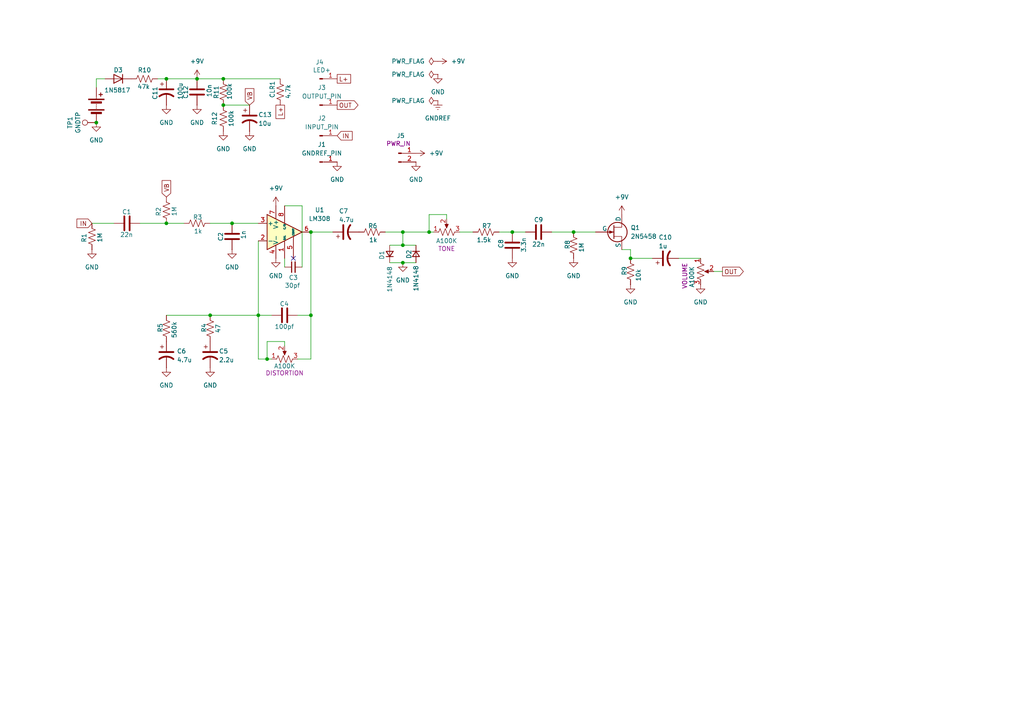
<source format=kicad_sch>
(kicad_sch (version 20250114) (generator "eeschema") (generator_version "9.0")
  (paper "A4")
  (lib_symbols
    (symbol "Amplifier_Operational:LM301" (pin_names (offset 0.127))
      (property "Reference" "U" (at 1.27 6.35 0))
      (property "Value" "LM301" (at 1.27 3.81 0))
      (symbol "LM301_0_1"
        (polyline (pts (xy -5.08 5.08) (xy 5.08 0) (xy -5.08 -5.08) (xy -5.08 5.08)) (stroke (width 0.254)) (fill (type background)))
      )
      (symbol "LM301_1_1"
        (pin input line (at -7.62 2.54 0) (length 2.54) (name "+") (number "3"))
        (pin input line (at -7.62 -2.54 0) (length 2.54) (name "-") (number "2"))
        (pin power_in line (at -2.54 7.62 270) (length 3.81) (name "V+") (number "7"))
        (pin power_in line (at -2.54 -7.62 90) (length 3.81) (name "V-") (number "4"))
        (pin input line (at 0 7.62 270) (length 5.08) (name "C/B") (number "8"))
        (pin input line (at 0 -7.62 90) (length 5.08) (name "BAL") (number "1"))
        (pin input line (at 2.54 -7.62 90) (length 6.35) (name "COMP") (number "5"))
        (pin output line (at 7.62 0 180) (length 2.54) (name "~") (number "6"))
      )
    )
    (symbol "Connector:Conn_01x01_Pin" (pin_names (offset 1.016) (hide yes))
      (property "Reference" "J" (at 0 2.54 0))
      (property "Value" "Conn_01x01_Pin" (at 0 -2.54 0))
      (symbol "Conn_01x01_Pin_1_1"
        (rectangle (start 0.8636 0.127) (end 0 -0.127) (stroke (width 0.1524)) (fill (type outline)))
        (polyline (pts (xy 1.27 0) (xy 0.8636 0)) (stroke (width 0.1524)))
        (pin passive line (at 5.08 0 180) (length 3.81) (name "Pin_1") (number "1"))
      )
    )
    (symbol "Connector:Conn_01x02_Pin" (pin_names (offset 1.016) (hide yes))
      (property "Reference" "J" (at 0 2.54 0))
      (property "Value" "Conn_01x02_Pin" (at 0 -5.08 0))
      (symbol "Conn_01x02_Pin_1_1"
        (rectangle (start 0.8636 0.127) (end 0 -0.127) (stroke (width 0.1524)) (fill (type outline)))
        (rectangle (start 0.8636 -2.413) (end 0 -2.667) (stroke (width 0.1524)) (fill (type outline)))
        (polyline (pts (xy 1.27 0) (xy 0.8636 0)) (stroke (width 0.1524)))
        (polyline (pts (xy 1.27 -2.54) (xy 0.8636 -2.54)) (stroke (width 0.1524)))
        (pin passive line (at 5.08 0 180) (length 3.81) (name "Pin_1") (number "1"))
        (pin passive line (at 5.08 -2.54 180) (length 3.81) (name "Pin_2") (number "2"))
      )
    )
    (symbol "Connector:TestPoint" (pin_numbers (hide yes)) (pin_names (offset 0.762) (hide yes))
      (property "Reference" "TP" (at 0 6.858 0))
      (property "Value" "TestPoint" (at 0 5.08 0))
      (symbol "TestPoint_0_1"
        (circle (center 0 3.302) (radius 0.762))
      )
      (symbol "TestPoint_1_1"
        (pin passive line (at 0 0 90) (length 2.54) (name "1") (number "1"))
      )
    )
    (symbol "Device:Battery" (pin_numbers (hide yes)) (pin_names (offset 0) (hide yes))
      (property "Reference" "BT" (at 2.54 2.54 0))
      (property "Value" "Battery" (at 2.54 0 0))
      (symbol "Battery_0_1"
        (rectangle (start -2.286 1.778) (end 2.286 1.524) (fill (type outline)))
        (rectangle (start -2.286 -1.27) (end 2.286 -1.524) (fill (type outline)))
        (rectangle (start -1.524 1.016) (end 1.524 0.508) (fill (type outline)))
        (rectangle (start -1.524 -2.032) (end 1.524 -2.54) (fill (type outline)))
        (polyline (pts (xy 0 1.778) (xy 0 2.54)))
        (polyline (pts (xy 0 0) (xy 0 0.254)))
        (polyline (pts (xy 0 -0.508) (xy 0 -0.254)))
        (polyline (pts (xy 0 -1.016) (xy 0 -0.762)))
        (polyline (pts (xy 0.762 3.048) (xy 1.778 3.048)) (stroke (width 0.254)))
        (polyline (pts (xy 1.27 3.556) (xy 1.27 2.54)) (stroke (width 0.254)))
      )
      (symbol "Battery_1_1"
        (pin passive line (at 0 5.08 270) (length 2.54) (name "+") (number "1"))
        (pin passive line (at 0 -5.08 90) (length 2.54) (name "-") (number "2"))
      )
    )
    (symbol "Device:C" (pin_numbers (hide yes)) (pin_names (offset 0.254))
      (property "Reference" "C" (at 0.635 2.54 0))
      (property "Value" "C" (at 0.635 -2.54 0))
      (symbol "C_0_1"
        (polyline (pts (xy -2.032 0.762) (xy 2.032 0.762)) (stroke (width 0.508)))
        (polyline (pts (xy -2.032 -0.762) (xy 2.032 -0.762)) (stroke (width 0.508)))
      )
      (symbol "C_1_1"
        (pin passive line (at 0 3.81 270) (length 2.794) (name "~") (number "1"))
        (pin passive line (at 0 -3.81 90) (length 2.794) (name "~") (number "2"))
      )
    )
    (symbol "Device:C_Polarized_US" (pin_numbers (hide yes)) (pin_names (offset 0.254) (hide yes))
      (property "Reference" "C" (at 0.635 2.54 0))
      (property "Value" "C_Polarized_US" (at 0.635 -2.54 0))
      (symbol "C_Polarized_US_0_1"
        (polyline (pts (xy -2.032 0.762) (xy 2.032 0.762)) (stroke (width 0.508)))
        (polyline (pts (xy -1.778 2.286) (xy -0.762 2.286)))
        (polyline (pts (xy -1.27 1.778) (xy -1.27 2.794)))
        (arc (start -2.032 -1.27) (mid 0 -0.5572) (end 2.032 -1.27) (stroke (width 0.508)))
      )
      (symbol "C_Polarized_US_1_1"
        (pin passive line (at 0 3.81 270) (length 2.794) (name "~") (number "1"))
        (pin passive line (at 0 -3.81 90) (length 3.302) (name "~") (number "2"))
      )
    )
    (symbol "Device:C_Small" (pin_numbers (hide yes)) (pin_names (offset 0.254) (hide yes))
      (property "Reference" "C" (at 0.254 1.778 0))
      (property "Value" "C_Small" (at 0.254 -2.032 0))
      (symbol "C_Small_0_1"
        (polyline (pts (xy -1.524 0.508) (xy 1.524 0.508)) (stroke (width 0.3048)))
        (polyline (pts (xy -1.524 -0.508) (xy 1.524 -0.508)) (stroke (width 0.3302)))
      )
      (symbol "C_Small_1_1"
        (pin passive line (at 0 2.54 270) (length 2.032) (name "~") (number "1"))
        (pin passive line (at 0 -2.54 90) (length 2.032) (name "~") (number "2"))
      )
    )
    (symbol "Device:D" (pin_numbers (hide yes)) (pin_names (offset 1.016) (hide yes))
      (property "Reference" "D" (at 0 2.54 0))
      (property "Value" "D" (at 0 -2.54 0))
      (symbol "D_0_1"
        (polyline (pts (xy -1.27 1.27) (xy -1.27 -1.27)) (stroke (width 0.254)))
        (polyline (pts (xy 1.27 1.27) (xy 1.27 -1.27) (xy -1.27 0) (xy 1.27 1.27)) (stroke (width 0.254)))
        (polyline (pts (xy 1.27 0) (xy -1.27 0)))
      )
      (symbol "D_1_1"
        (pin passive line (at -3.81 0 0) (length 2.54) (name "K") (number "1"))
        (pin passive line (at 3.81 0 180) (length 2.54) (name "A") (number "2"))
      )
    )
    (symbol "Device:D_Small" (pin_numbers (hide yes)) (pin_names (offset 0.254) (hide yes))
      (property "Reference" "D" (at -1.27 2.032 0))
      (property "Value" "D_Small" (at -3.81 -2.032 0))
      (symbol "D_Small_0_1"
        (polyline (pts (xy -0.762 0) (xy 0.762 0)))
        (polyline (pts (xy -0.762 -1.016) (xy -0.762 1.016)) (stroke (width 0.254)))
        (polyline (pts (xy 0.762 -1.016) (xy -0.762 0) (xy 0.762 1.016) (xy 0.762 -1.016)) (stroke (width 0.254)))
      )
      (symbol "D_Small_1_1"
        (pin passive line (at -2.54 0 0) (length 1.778) (name "K") (number "1"))
        (pin passive line (at 2.54 0 180) (length 1.778) (name "A") (number "2"))
      )
    )
    (symbol "Device:R_Potentiometer_US" (pin_names (offset 1.016) (hide yes))
      (property "Reference" "RV" (at -4.445 0 90))
      (property "Value" "R_Potentiometer_US" (at -2.54 0 90))
      (symbol "R_Potentiometer_US_0_1"
        (polyline (pts (xy 0 2.54) (xy 0 2.286)))
        (polyline (pts (xy 0 2.286) (xy 1.016 1.905) (xy 0 1.524) (xy -1.016 1.143) (xy 0 0.762)))
        (polyline (pts (xy 0 0.762) (xy 1.016 0.381) (xy 0 0) (xy -1.016 -0.381) (xy 0 -0.762)))
        (polyline (pts (xy 0 -0.762) (xy 1.016 -1.143) (xy 0 -1.524) (xy -1.016 -1.905) (xy 0 -2.286)))
        (polyline (pts (xy 0 -2.286) (xy 0 -2.54)))
        (polyline (pts (xy 1.143 0) (xy 2.286 0.508) (xy 2.286 -0.508) (xy 1.143 0)) (fill (type outline)))
        (polyline (pts (xy 2.54 0) (xy 1.524 0)))
      )
      (symbol "R_Potentiometer_US_1_1"
        (pin passive line (at 0 3.81 270) (length 1.27) (name "1") (number "1"))
        (pin passive line (at 0 -3.81 90) (length 1.27) (name "3") (number "3"))
        (pin passive line (at 3.81 0 180) (length 1.27) (name "2") (number "2"))
      )
    )
    (symbol "Device:R_US" (pin_numbers (hide yes)) (pin_names (offset 0))
      (property "Reference" "R" (at 2.54 0 90))
      (property "Value" "R_US" (at -2.54 0 90))
      (symbol "R_US_0_1"
        (polyline (pts (xy 0 2.286) (xy 0 2.54)))
        (polyline (pts (xy 0 2.286) (xy 1.016 1.905) (xy 0 1.524) (xy -1.016 1.143) (xy 0 0.762)))
        (polyline (pts (xy 0 0.762) (xy 1.016 0.381) (xy 0 0) (xy -1.016 -0.381) (xy 0 -0.762)))
        (polyline (pts (xy 0 -0.762) (xy 1.016 -1.143) (xy 0 -1.524) (xy -1.016 -1.905) (xy 0 -2.286)))
        (polyline (pts (xy 0 -2.286) (xy 0 -2.54)))
      )
      (symbol "R_US_1_1"
        (pin passive line (at 0 3.81 270) (length 1.27) (name "~") (number "1"))
        (pin passive line (at 0 -3.81 90) (length 1.27) (name "~") (number "2"))
      )
    )
    (symbol "Simulation_SPICE:NJFET" (pin_numbers (hide yes)) (pin_names (offset 0))
      (property "Reference" "Q" (at 5.08 1.27 0))
      (property "Value" "NJFET" (at 5.08 -1.27 0))
      (symbol "NJFET_0_1"
        (polyline (pts (xy 0 0) (xy -1.016 0.381) (xy -1.016 -0.381) (xy 0 0)) (fill (type outline)))
        (polyline (pts (xy 0.254 1.905) (xy 0.254 -1.905) (xy 0.254 -1.905)) (stroke (width 0.254)))
        (circle (center 1.27 0) (radius 2.8194) (stroke (width 0.254)))
        (polyline (pts (xy 2.54 2.54) (xy 2.54 1.397) (xy 0.254 1.397)))
        (polyline (pts (xy 2.54 -2.54) (xy 2.54 -1.27) (xy 0.254 -1.27)))
      )
      (symbol "NJFET_1_1"
        (pin input line (at -5.08 0 0) (length 5.334) (name "G") (number "2"))
        (pin passive line (at 2.54 5.08 270) (length 2.54) (name "D") (number "1"))
        (pin passive line (at 2.54 -5.08 90) (length 2.54) (name "S") (number "3"))
      )
    )
    (symbol "power:+9V" (power) (pin_numbers (hide yes)) (pin_names (offset 0) (hide yes))
      (property "Value" "+9V" (at 0 3.556 0))
      (symbol "+9V_0_1"
        (polyline (pts (xy -0.762 1.27) (xy 0 2.54)))
        (polyline (pts (xy 0 2.54) (xy 0.762 1.27)))
        (polyline (pts (xy 0 0) (xy 0 2.54)))
      )
      (symbol "+9V_1_1"
        (pin power_in line (at 0 0 90) (length 0) (name "~") (number "1"))
      )
    )
    (symbol "power:GND" (power) (pin_numbers (hide yes)) (pin_names (offset 0) (hide yes))
      (property "Value" "GND" (at 0 -3.81 0))
      (symbol "GND_0_1"
        (polyline (pts (xy 0 0) (xy 0 -1.27) (xy 1.27 -1.27) (xy 0 -2.54) (xy -1.27 -1.27) (xy 0 -1.27)))
      )
      (symbol "GND_1_1"
        (pin power_in line (at 0 0 270) (length 0) (name "~") (number "1"))
      )
    )
    (symbol "power:GNDREF" (power) (pin_numbers (hide yes)) (pin_names (offset 0) (hide yes))
      (property "Value" "GNDREF" (at 0 -3.81 0))
      (symbol "GNDREF_0_1"
        (polyline (pts (xy -0.635 -1.905) (xy 0.635 -1.905)))
        (polyline (pts (xy -0.127 -2.54) (xy 0.127 -2.54)))
        (polyline (pts (xy 0 -1.27) (xy 0 0)))
        (polyline (pts (xy 1.27 -1.27) (xy -1.27 -1.27)))
      )
      (symbol "GNDREF_1_1"
        (pin power_in line (at 0 0 270) (length 0) (name "~") (number "1"))
      )
    )
    (symbol "power:PWR_FLAG" (power) (pin_numbers (hide yes)) (pin_names (offset 0) (hide yes))
      (property "Value" "PWR_FLAG" (at 0 3.81 0))
      (symbol "PWR_FLAG_0_0"
        (pin power_out line (at 0 0 90) (length 0) (name "~") (number "1"))
      )
      (symbol "PWR_FLAG_0_1"
        (polyline (pts (xy 0 0) (xy 0 1.27) (xy -1.016 1.905) (xy 0 2.54) (xy 1.016 1.905) (xy 0 1.27)))
      )
    )
  )
  (junction (at 116.84 67.31))
  (junction (at 116.84 71.12))
  (junction (at 90.17 67.31))
  (junction (at 48.26 64.77))
  (junction (at 48.26 22.86))
  (junction (at 27.94 35.56))
  (junction (at 60.96 91.44))
  (junction (at 74.93 91.44))
  (junction (at 166.37 67.31))
  (junction (at 90.17 91.44))
  (junction (at 182.88 74.93))
  (junction (at 64.77 22.86))
  (junction (at 67.31 64.77))
  (junction (at 148.59 67.31))
  (junction (at 64.77 30.48))
  (junction (at 124.46 67.31))
  (junction (at 116.84 76.2))
  (junction (at 57.15 22.86))
  (junction (at 77.47 104.14))
  (no_connect (at 85.09 74.93))
  (wire (pts (xy 48.26 22.86) (xy 57.15 22.86)))
  (wire (pts (xy 209.55 78.74) (xy 207.01 78.74)))
  (wire (pts (xy 90.17 91.44) (xy 90.17 104.14)))
  (wire (pts (xy 82.55 99.06) (xy 77.47 99.06)))
  (wire (pts (xy 64.77 30.48) (xy 72.39 30.48)))
  (wire (pts (xy 129.54 63.5) (xy 129.54 62.23)))
  (wire (pts (xy 60.96 91.44) (xy 74.93 91.44)))
  (wire (pts (xy 82.55 100.33) (xy 82.55 99.06)))
  (wire (pts (xy 48.26 64.77) (xy 53.34 64.77)))
  (wire (pts (xy 182.88 72.39) (xy 182.88 74.93)))
  (wire (pts (xy 90.17 67.31) (xy 96.52 67.31)))
  (wire (pts (xy 90.17 104.14) (xy 86.36 104.14)))
  (wire (pts (xy 166.37 67.31) (xy 172.72 67.31)))
  (wire (pts (xy 77.47 99.06) (xy 77.47 104.14)))
  (wire (pts (xy 124.46 67.31) (xy 125.73 67.31)))
  (wire (pts (xy 124.46 62.23) (xy 124.46 67.31)))
  (wire (pts (xy 180.34 72.39) (xy 182.88 72.39)))
  (wire (pts (xy 67.31 64.77) (xy 74.93 64.77)))
  (wire (pts (xy 27.94 22.86) (xy 27.94 25.4)))
  (wire (pts (xy 116.84 67.31) (xy 116.84 71.12)))
  (wire (pts (xy 133.35 67.31) (xy 137.16 67.31)))
  (wire (pts (xy 57.15 22.86) (xy 64.77 22.86)))
  (wire (pts (xy 48.26 91.44) (xy 60.96 91.44)))
  (wire (pts (xy 82.55 74.93) (xy 82.55 77.47)))
  (wire (pts (xy 111.76 67.31) (xy 116.84 67.31)))
  (wire (pts (xy 74.93 91.44) (xy 74.93 69.85)))
  (wire (pts (xy 64.77 22.86) (xy 81.28 22.86)))
  (wire (pts (xy 113.03 71.12) (xy 116.84 71.12)))
  (wire (pts (xy 74.93 91.44) (xy 74.93 104.14)))
  (wire (pts (xy 60.96 64.77) (xy 67.31 64.77)))
  (wire (pts (xy 116.84 67.31) (xy 124.46 67.31)))
  (wire (pts (xy 116.84 71.12) (xy 120.65 71.12)))
  (wire (pts (xy 144.78 67.31) (xy 148.59 67.31)))
  (wire (pts (xy 30.48 22.86) (xy 27.94 22.86)))
  (wire (pts (xy 160.02 67.31) (xy 166.37 67.31)))
  (wire (pts (xy 45.72 22.86) (xy 48.26 22.86)))
  (wire (pts (xy 90.17 67.31) (xy 90.17 91.44)))
  (wire (pts (xy 74.93 104.14) (xy 77.47 104.14)))
  (wire (pts (xy 87.63 59.69) (xy 82.55 59.69)))
  (wire (pts (xy 74.93 91.44) (xy 78.74 91.44)))
  (wire (pts (xy 77.47 104.14) (xy 78.74 104.14)))
  (wire (pts (xy 196.85 74.93) (xy 203.2 74.93)))
  (wire (pts (xy 86.36 91.44) (xy 90.17 91.44)))
  (wire (pts (xy 148.59 67.31) (xy 152.4 67.31)))
  (wire (pts (xy 40.64 64.77) (xy 48.26 64.77)))
  (wire (pts (xy 182.88 74.93) (xy 189.23 74.93)))
  (wire (pts (xy 33.02 64.77) (xy 26.67 64.77)))
  (wire (pts (xy 129.54 62.23) (xy 124.46 62.23)))
  (wire (pts (xy 116.84 76.2) (xy 120.65 76.2)))
  (wire (pts (xy 87.63 77.47) (xy 87.63 59.69)))
  (wire (pts (xy 113.03 76.2) (xy 116.84 76.2)))
  (global_label "IN" (shape input) (at 26.67 64.77 180) (property "Intersheetrefs" "${INTERSHEET_REFS}" (effects (hide yes))))
  (global_label "L+" (shape passive) (at 81.28 30.48 270) (property "Intersheetrefs" "${INTERSHEET_REFS}" (effects (hide yes))))
  (global_label "VB" (shape input) (at 72.39 30.48 90) (property "Intersheetrefs" "${INTERSHEET_REFS}" (effects (hide yes))))
  (global_label "L+" (shape passive) (at 97.79 22.86 0) (property "Intersheetrefs" "${INTERSHEET_REFS}" (effects (hide yes))))
  (global_label "IN" (shape input) (at 97.79 39.37 0) (property "Intersheetrefs" "${INTERSHEET_REFS}" (effects (hide yes))))
  (global_label "OUT" (shape output) (at 209.55 78.74 0) (property "Intersheetrefs" "${INTERSHEET_REFS}" (effects (hide yes))))
  (global_label "OUT" (shape output) (at 97.79 30.48 0) (property "Intersheetrefs" "${INTERSHEET_REFS}" (effects (hide yes))))
  (global_label "VB" (shape input) (at 48.26 57.15 90) (property "Intersheetrefs" "${INTERSHEET_REFS}" (effects (hide yes))))
  (symbol (lib_id "Device:R_US") (at 107.95 67.31 270) (unit 1)
    (property "Reference" "R6" (at 109.474 65.532 90) (effects (justify right)))
    (property "Value" "1k" (at 109.474 69.596 90) (effects (justify right)))
    (property "Footprint" "Resistor_THT:R_Axial_DIN0309_L9.0mm_D3.2mm_P12.70mm_Horizontal" (effects (hide yes)))
    (property "Description" "Resistor, US symbol" (effects (hide yes)))
  )
  (symbol (lib_id "Device:D_Small") (at 120.65 73.66 270) (unit 1)
    (property "Reference" "D2" (at 118.618 72.39 0) (effects (justify left)))
    (property "Value" "1N4148" (at 120.65 76.962 0) (effects (justify left)))
    (property "Footprint" "Diode_THT:D_DO-35_SOD27_P7.62mm_Horizontal" (effects (hide yes)))
    (property "Description" "Diode, small symbol" (effects (hide yes)))
    (property "Sim.Device" "D" (effects (hide yes)))
    (property "Sim.Pins" "1=K 2=A" (effects (hide yes)))
  )
  (symbol (lib_id "Device:R_US") (at 81.28 26.67 180) (unit 1)
    (property "Reference" "CLR1" (at 78.994 28.448 90) (effects (justify right)))
    (property "Value" "4.7k" (at 83.566 28.702 90) (effects (justify right)))
    (property "Footprint" "Resistor_THT:R_Axial_DIN0204_L3.6mm_D1.6mm_P5.08mm_Horizontal" (effects (hide yes)))
    (property "Description" "Resistor, US symbol" (effects (hide yes)))
  )
  (symbol (lib_id "Device:R_US") (at 140.97 67.31 270) (unit 1)
    (property "Reference" "R7" (at 142.494 65.532 90) (effects (justify right)))
    (property "Value" "1.5k" (at 142.494 69.596 90) (effects (justify right)))
    (property "Footprint" "Resistor_THT:R_Axial_DIN0309_L9.0mm_D3.2mm_P12.70mm_Horizontal" (effects (hide yes)))
    (property "Description" "Resistor, US symbol" (effects (hide yes)))
  )
  (symbol (lib_id "Device:R_US") (at 60.96 95.25 0) (unit 1)
    (property "Reference" "R4" (at 59.182 93.726 90) (effects (justify right)))
    (property "Value" "47" (at 63.246 93.98 90) (effects (justify right)))
    (property "Footprint" "Resistor_THT:R_Axial_DIN0207_L6.3mm_D2.5mm_P7.62mm_Horizontal" (effects (hide yes)))
    (property "Description" "Resistor, US symbol" (effects (hide yes)))
  )
  (symbol (lib_id "Device:C_Small") (at 85.09 77.47 90) (unit 1)
    (property "Reference" "C3" (at 85.09 80.518 90))
    (property "Value" "30pf" (at 84.836 82.804 90))
    (property "Footprint" "Capacitor_THT:C_Disc_D4.3mm_W1.9mm_P5.00mm" (effects (hide yes)))
    (property "Description" "Unpolarized capacitor, small symbol" (effects (hide yes)))
  )
  (symbol (lib_id "Device:C_Polarized_US") (at 100.33 67.31 90) (unit 1)
    (property "Reference" "C7" (at 98.298 61.214 90) (effects (justify right)))
    (property "Value" "4.7u" (at 98.298 63.754 90) (effects (justify right)))
    (property "Footprint" "Capacitor_THT:CP_Radial_D5.0mm_P2.00mm" (effects (hide yes)))
    (property "Description" "Polarized capacitor, US symbol" (effects (hide yes)))
  )
  (symbol (lib_id "Device:R_Potentiometer_US") (at 203.2 78.74 0) (unit 1)
    (property "Reference" "POT3" (effects (hide yes)))
    (property "Value" "A100K" (at 200.66 77.216 90) (effects (justify right)))
    (property "Footprint" "Connector_PinHeader_2.00mm:PinHeader_1x03_P2.00mm_Vertical" (effects (hide yes)))
    (property "Description" "Potentiometer, US symbol" (effects (hide yes)))
    (property "Function" "VOLUME" (at 198.628 80.01 90))
  )
  (symbol (lib_id "Device:C_Polarized_US") (at 193.04 74.93 90) (unit 1)
    (property "Reference" "C10" (at 191.008 68.834 90) (effects (justify right)))
    (property "Value" "1u" (at 191.008 71.374 90) (effects (justify right)))
    (property "Footprint" "Capacitor_THT:CP_Radial_D5.0mm_P2.00mm" (effects (hide yes)))
    (property "Description" "Polarized capacitor, US symbol" (effects (hide yes)))
  )
  (symbol (lib_id "Connector:Conn_01x01_Pin") (at 92.71 30.48 0) (unit 1)
    (property "Reference" "J3" (at 93.345 25.4 0))
    (property "Value" "OUTPUT_PIN" (at 93.345 27.94 0))
    (property "Footprint" "Connector_PinHeader_1.00mm:PinHeader_1x01_P1.00mm_Vertical" (effects (hide yes)))
    (property "Description" "Generic connector, single row, 01x01, script generated" (effects (hide yes)))
  )
  (symbol (lib_id "power:GND") (at 48.26 106.68 0) (unit 1)
    (property "Reference" "#PWR010" (effects (hide yes)))
    (property "Value" "GND" (at 48.26 111.76 0))
    (property "Description" "Power symbol creates a global label with name \"GND\" , ground" (effects (hide yes)))
  )
  (symbol (lib_id "power:PWR_FLAG") (at 127 21.59 90) (unit 1)
    (property "Reference" "#FLG02" (effects (hide yes)))
    (property "Value" "PWR_FLAG" (at 123.19 21.5899 90) (effects (justify left)))
    (property "Description" "Special symbol for telling ERC where power comes from" (effects (hide yes)))
  )
  (symbol (lib_id "power:GND") (at 60.96 106.68 0) (unit 1)
    (property "Reference" "#PWR011" (effects (hide yes)))
    (property "Value" "GND" (at 60.96 111.76 0))
    (property "Description" "Power symbol creates a global label with name \"GND\" , ground" (effects (hide yes)))
  )
  (symbol (lib_id "Connector:Conn_01x01_Pin") (at 92.71 22.86 0) (unit 1)
    (property "Reference" "J4" (at 92.71 18.034 0))
    (property "Value" "LED+" (at 93.345 20.32 0))
    (property "Footprint" "Connector_PinHeader_1.00mm:PinHeader_1x01_P1.00mm_Vertical" (effects (hide yes)))
    (property "Description" "Generic connector, single row, 01x01, script generated" (effects (hide yes)))
  )
  (symbol (lib_id "Device:C") (at 82.55 91.44 90) (unit 1)
    (property "Reference" "C4" (at 83.82 88.138 90) (effects (justify left)))
    (property "Value" "100pf" (at 85.344 94.742 90) (effects (justify left)))
    (property "Footprint" "Capacitor_THT:C_Disc_D4.3mm_W1.9mm_P5.00mm" (effects (hide yes)))
    (property "Description" "Unpolarized capacitor" (effects (hide yes)))
  )
  (symbol (lib_id "Connector:TestPoint") (at 27.94 35.56 90) (unit 1)
    (property "Reference" "TP1" (at 20.32 35.56 0))
    (property "Value" "GNDTP" (at 22.606 35.56 0))
    (property "Footprint" "TestPoint:TestPoint_Pad_D2.5mm" (effects (hide yes)))
    (property "Description" "test point" (effects (hide yes)))
  )
  (symbol (lib_id "power:+9V") (at 120.65 44.45 270) (unit 1)
    (property "Reference" "#PWR023" (effects (hide yes)))
    (property "Value" "+9V" (at 124.46 44.4499 90) (effects (justify left)))
    (property "Description" "Power symbol creates a global label with name \"+9V\"" (effects (hide yes)))
  )
  (symbol (lib_id "Device:R_US") (at 48.26 95.25 0) (unit 1)
    (property "Reference" "R5" (at 46.482 93.726 90) (effects (justify right)))
    (property "Value" "560k" (at 50.546 93.218 90) (effects (justify right)))
    (property "Footprint" "Resistor_THT:R_Axial_DIN0309_L9.0mm_D3.2mm_P12.70mm_Horizontal" (effects (hide yes)))
    (property "Description" "Resistor, US symbol" (effects (hide yes)))
  )
  (symbol (lib_id "power:GND") (at 57.15 30.48 0) (unit 1)
    (property "Reference" "#PWR03" (effects (hide yes)))
    (property "Value" "GND" (at 57.15 35.56 0))
    (property "Description" "Power symbol creates a global label with name \"GND\" , ground" (effects (hide yes)))
  )
  (symbol (lib_id "power:GND") (at 67.31 72.39 0) (unit 1)
    (property "Reference" "#PWR09" (effects (hide yes)))
    (property "Value" "GND" (at 67.31 77.47 0))
    (property "Description" "Power symbol creates a global label with name \"GND\" , ground" (effects (hide yes)))
  )
  (symbol (lib_id "Connector:Conn_01x02_Pin") (at 115.57 44.45 0) (unit 1)
    (property "Reference" "J5" (at 116.205 39.37 0))
    (property "Value" "POWER_IN" (effects (hide yes)))
    (property "Footprint" "Connector_PinHeader_2.54mm:PinHeader_1x02_P2.54mm_Vertical" (effects (hide yes)))
    (property "Description" "Generic connector, single row, 01x02, script generated" (effects (hide yes)))
    (property "Function" "PWR_IN" (at 115.57 41.656 0))
  )
  (symbol (lib_id "Device:R_US") (at 182.88 78.74 0) (unit 1)
    (property "Reference" "R9" (at 181.102 77.216 90) (effects (justify right)))
    (property "Value" "10k" (at 185.166 77.978 90) (effects (justify right)))
    (property "Footprint" "Resistor_THT:R_Axial_DIN0309_L9.0mm_D3.2mm_P12.70mm_Horizontal" (effects (hide yes)))
    (property "Description" "Resistor, US symbol" (effects (hide yes)))
  )
  (symbol (lib_id "Device:R_US") (at 48.26 60.96 180) (unit 1)
    (property "Reference" "R2" (at 45.974 62.738 90) (effects (justify right)))
    (property "Value" "1M" (at 50.546 62.738 90) (effects (justify right)))
    (property "Footprint" "Resistor_THT:R_Axial_DIN0309_L9.0mm_D3.2mm_P12.70mm_Horizontal" (effects (hide yes)))
    (property "Description" "Resistor, US symbol" (effects (hide yes)))
  )
  (symbol (lib_id "power:GND") (at 48.26 30.48 0) (unit 1)
    (property "Reference" "#PWR01" (effects (hide yes)))
    (property "Value" "GND" (at 48.26 35.56 0))
    (property "Description" "Power symbol creates a global label with name \"GND\" , ground" (effects (hide yes)))
  )
  (symbol (lib_id "Amplifier_Operational:LM301") (at 82.55 67.31 0) (unit 1)
    (property "Reference" "U1" (at 92.71 60.8898 0))
    (property "Value" "LM308" (at 92.71 63.4298 0))
    (property "Footprint" "Package_DIP:DIP-8_W7.62mm_Socket" (effects (hide yes)))
    (property "Datasheet" "http://www.ti.com/lit/ds/symlink/lm101a-n.pdf" (effects (hide yes)))
    (property "Description" "Operational Amplifier, DIP-8/TO-99-8" (effects (hide yes)))
  )
  (symbol (lib_id "power:+9V") (at 180.34 62.23 0) (unit 1)
    (property "Reference" "#PWR017" (effects (hide yes)))
    (property "Value" "+9V" (at 180.34 57.15 0))
    (property "Description" "Power symbol creates a global label with name \"+9V\"" (effects (hide yes)))
  )
  (symbol (lib_id "power:PWR_FLAG") (at 127 17.78 90) (unit 1)
    (property "Reference" "#FLG01" (effects (hide yes)))
    (property "Value" "PWR_FLAG" (at 123.19 17.7799 90) (effects (justify left)))
    (property "Description" "Special symbol for telling ERC where power comes from" (effects (hide yes)))
  )
  (symbol (lib_id "Connector:Conn_01x01_Pin") (at 92.71 46.99 0) (unit 1) (in_bom no)
    (property "Reference" "J1" (at 93.345 41.91 0))
    (property "Value" "GNDREF_PIN" (at 93.345 44.45 0))
    (property "Footprint" "TestPoint:TestPoint_THTPad_D1.0mm_Drill0.5mm" (effects (hide yes)))
    (property "Function" "GND" (effects (hide yes)))
  )
  (symbol (lib_id "Device:C_Polarized_US") (at 60.96 102.87 0) (unit 1)
    (property "Reference" "C5" (at 63.5 101.854 0) (effects (justify left)))
    (property "Value" "2.2u" (at 63.5 104.394 0) (effects (justify left)))
    (property "Footprint" "Capacitor_THT:CP_Radial_D5.0mm_P2.00mm" (effects (hide yes)))
    (property "Description" "Polarized capacitor, US symbol" (effects (hide yes)))
  )
  (symbol (lib_id "power:+9V") (at 57.15 22.86 0) (unit 1)
    (property "Reference" "#PWR02" (effects (hide yes)))
    (property "Value" "+9V" (at 57.15 17.78 0))
    (property "Description" "Power symbol creates a global label with name \"+9V\"" (effects (hide yes)))
  )
  (symbol (lib_id "power:GND") (at 182.88 82.55 0) (unit 1)
    (property "Reference" "#PWR018" (effects (hide yes)))
    (property "Value" "GND" (at 182.88 87.63 0))
    (property "Description" "Power symbol creates a global label with name \"GND\" , ground" (effects (hide yes)))
  )
  (symbol (lib_id "Device:C") (at 67.31 68.58 180) (unit 1)
    (property "Reference" "C2" (at 64.008 67.31 90) (effects (justify left)))
    (property "Value" "1n" (at 70.612 66.802 90) (effects (justify left)))
    (property "Footprint" "Capacitor_THT:C_Disc_D4.3mm_W1.9mm_P5.00mm" (effects (hide yes)))
    (property "Description" "Unpolarized capacitor" (effects (hide yes)))
  )
  (symbol (lib_id "Device:R_Potentiometer_US") (at 82.55 104.14 90) (unit 1)
    (property "Reference" "POT1" (effects (hide yes)))
    (property "Value" "A100K" (at 82.55 106.172 90))
    (property "Footprint" "Connector_PinHeader_2.00mm:PinHeader_1x03_P2.00mm_Vertical" (effects (hide yes)))
    (property "Description" "Potentiometer, US symbol" (effects (hide yes)))
    (property "Function" "DISTORTION" (at 82.55 108.204 90))
  )
  (symbol (lib_id "Device:R_US") (at 64.77 34.29 180) (unit 1)
    (property "Reference" "R12" (at 62.23 36.322 90) (effects (justify right)))
    (property "Value" "100k" (at 67.056 36.83 90) (effects (justify right)))
    (property "Footprint" "Resistor_THT:R_Axial_DIN0204_L3.6mm_D1.6mm_P5.08mm_Horizontal" (effects (hide yes)))
    (property "Description" "Resistor, US symbol" (effects (hide yes)))
  )
  (symbol (lib_id "Device:C_Polarized_US") (at 48.26 102.87 0) (unit 1)
    (property "Reference" "C6" (at 51.308 101.854 0) (effects (justify left)))
    (property "Value" "4.7u" (at 51.308 104.394 0) (effects (justify left)))
    (property "Footprint" "Capacitor_THT:CP_Radial_D5.0mm_P2.00mm" (effects (hide yes)))
    (property "Description" "Polarized capacitor, US symbol" (effects (hide yes)))
  )
  (symbol (lib_id "power:GND") (at 80.01 74.93 0) (unit 1)
    (property "Reference" "#PWR012" (effects (hide yes)))
    (property "Value" "GND" (at 80.01 80.01 0))
    (property "Description" "Power symbol creates a global label with name \"GND\" , ground" (effects (hide yes)))
  )
  (symbol (lib_id "power:GND") (at 116.84 76.2 0) (unit 1)
    (property "Reference" "#PWR014" (effects (hide yes)))
    (property "Value" "GND" (at 116.84 81.28 0))
    (property "Description" "Power symbol creates a global label with name \"GND\" , ground" (effects (hide yes)))
  )
  (symbol (lib_id "power:+9V") (at 127 17.78 270) (unit 1)
    (property "Reference" "#PWR020" (effects (hide yes)))
    (property "Value" "+9V" (at 130.81 17.7799 90) (effects (justify left)))
    (property "Description" "Power symbol creates a global label with name \"+9V\"" (effects (hide yes)))
  )
  (symbol (lib_id "power:GND") (at 127 21.59 0) (unit 1)
    (property "Reference" "#PWR021" (effects (hide yes)))
    (property "Value" "GND" (at 127 26.67 0))
    (property "Description" "Power symbol creates a global label with name \"GND\" , ground" (effects (hide yes)))
  )
  (symbol (lib_id "power:GND") (at 148.59 74.93 0) (unit 1)
    (property "Reference" "#PWR015" (effects (hide yes)))
    (property "Value" "GND" (at 148.59 80.01 0))
    (property "Description" "Power symbol creates a global label with name \"GND\" , ground" (effects (hide yes)))
  )
  (symbol (lib_id "Connector:Conn_01x01_Pin") (at 92.71 39.37 0) (unit 1)
    (property "Reference" "J2" (at 93.345 34.29 0))
    (property "Value" "INPUT_PIN" (at 93.345 36.83 0))
    (property "Footprint" "Connector_PinHeader_1.00mm:PinHeader_1x01_P1.00mm_Vertical" (effects (hide yes)))
    (property "Description" "Generic connector, single row, 01x01, script generated" (effects (hide yes)))
  )
  (symbol (lib_id "Device:C") (at 148.59 71.12 180) (unit 1)
    (property "Reference" "C8" (at 145.288 69.342 90) (effects (justify left)))
    (property "Value" "3.3n" (at 151.892 68.834 90) (effects (justify left)))
    (property "Footprint" "Capacitor_THT:C_Disc_D4.3mm_W1.9mm_P5.00mm" (effects (hide yes)))
    (property "Description" "Unpolarized capacitor" (effects (hide yes)))
  )
  (symbol (lib_id "Device:R_Potentiometer_US") (at 129.54 67.31 90) (unit 1)
    (property "Reference" "POT2" (effects (hide yes)))
    (property "Value" "A100K" (at 129.54 69.85 90))
    (property "Footprint" "Connector_PinHeader_2.00mm:PinHeader_1x03_P2.00mm_Vertical" (effects (hide yes)))
    (property "Description" "Potentiometer, US symbol" (effects (hide yes)))
    (property "Function" "TONE" (at 129.54 72.136 90))
  )
  (symbol (lib_id "power:GND") (at 26.67 72.39 0) (unit 1)
    (property "Reference" "#PWR08" (effects (hide yes)))
    (property "Value" "GND" (at 26.67 77.47 0))
    (property "Description" "Power symbol creates a global label with name \"GND\" , ground" (effects (hide yes)))
  )
  (symbol (lib_id "power:GND") (at 97.79 46.99 0) (unit 1)
    (property "Reference" "#PWR07" (effects (hide yes)))
    (property "Value" "GND" (at 97.79 52.07 0))
    (property "Description" "Power symbol creates a global label with name \"GND\" , ground" (effects (hide yes)))
  )
  (symbol (lib_id "power:PWR_FLAG") (at 127 29.21 90) (unit 1)
    (property "Reference" "#FLG03" (effects (hide yes)))
    (property "Value" "PWR_FLAG" (at 123.19 29.2099 90) (effects (justify left)))
    (property "Description" "Special symbol for telling ERC where power comes from" (effects (hide yes)))
  )
  (symbol (lib_id "Device:D") (at 34.29 22.86 180) (unit 1)
    (property "Reference" "D3" (at 34.29 20.32 0))
    (property "Value" "1N5817" (at 34.036 26.162 0))
    (property "Footprint" "Diode_THT:D_DO-41_SOD81_P7.62mm_Horizontal" (effects (hide yes)))
    (property "Description" "Diode" (effects (hide yes)))
    (property "Sim.Device" "D" (effects (hide yes)))
    (property "Sim.Pins" "1=K 2=A" (effects (hide yes)))
  )
  (symbol (lib_id "Device:R_US") (at 26.67 68.58 180) (unit 1)
    (property "Reference" "R1" (at 24.384 70.358 90) (effects (justify right)))
    (property "Value" "1M" (at 28.956 70.358 90) (effects (justify right)))
    (property "Footprint" "Resistor_THT:R_Axial_DIN0309_L9.0mm_D3.2mm_P12.70mm_Horizontal" (effects (hide yes)))
    (property "Description" "Resistor, US symbol" (effects (hide yes)))
  )
  (symbol (lib_id "Device:R_US") (at 166.37 71.12 0) (unit 1)
    (property "Reference" "R8" (at 164.592 69.596 90) (effects (justify right)))
    (property "Value" "1M" (at 168.656 70.358 90) (effects (justify right)))
    (property "Footprint" "Resistor_THT:R_Axial_DIN0309_L9.0mm_D3.2mm_P12.70mm_Horizontal" (effects (hide yes)))
    (property "Description" "Resistor, US symbol" (effects (hide yes)))
  )
  (symbol (lib_id "Device:C") (at 57.15 26.67 0) (unit 1)
    (property "Reference" "C12" (at 53.848 28.702 90) (effects (justify left)))
    (property "Value" "10n" (at 60.706 28.194 90) (effects (justify left)))
    (property "Footprint" "Capacitor_THT:C_Disc_D4.3mm_W1.9mm_P5.00mm" (effects (hide yes)))
    (property "Description" "Unpolarized capacitor" (effects (hide yes)))
  )
  (symbol (lib_id "Device:R_US") (at 41.91 22.86 90) (unit 1)
    (property "Reference" "R10" (at 41.91 20.32 90))
    (property "Value" "47k" (at 41.656 25.146 90))
    (property "Footprint" "Resistor_THT:R_Axial_DIN0204_L3.6mm_D1.6mm_P5.08mm_Horizontal" (effects (hide yes)))
    (property "Description" "Resistor, US symbol" (effects (hide yes)))
  )
  (symbol (lib_id "power:GND") (at 27.94 35.56 0) (unit 1)
    (property "Reference" "#PWR04" (effects (hide yes)))
    (property "Value" "GND" (at 27.94 40.64 0))
    (property "Description" "Power symbol creates a global label with name \"GND\" , ground" (effects (hide yes)))
  )
  (symbol (lib_id "power:GNDREF") (at 127 29.21 0) (unit 1)
    (property "Reference" "#PWR022" (effects (hide yes)))
    (property "Value" "GNDREF" (at 127 34.29 0))
    (property "Description" "Power symbol creates a global label with name \"GNDREF\" , reference supply ground" (effects (hide yes)))
  )
  (symbol (lib_id "power:GND") (at 120.65 46.99 0) (unit 1)
    (property "Reference" "#PWR024" (effects (hide yes)))
    (property "Value" "GND" (at 120.65 52.07 0))
    (property "Description" "Power symbol creates a global label with name \"GND\" , ground" (effects (hide yes)))
  )
  (symbol (lib_id "Simulation_SPICE:NJFET") (at 177.8 67.31 0) (unit 1)
    (property "Reference" "Q1" (at 182.88 66.0399 0) (effects (justify left)))
    (property "Value" "2N5458" (at 182.88 68.5799 0) (effects (justify left)))
    (property "Footprint" "Package_TO_SOT_THT:TO-92_Inline" (effects (hide yes)))
    (property "Datasheet" "https://ngspice.sourceforge.io/docs/ngspice-html-manual/manual.xhtml#cha_JFETs" (effects (hide yes)))
    (property "Description" "N-JFET transistor, for simulation only" (effects (hide yes)))
    (property "Sim.Device" "NJFET" (effects (hide yes)))
    (property "Sim.Type" "SHICHMANHODGES" (effects (hide yes)))
    (property "Sim.Pins" "1=D 2=G 3=S" (effects (hide yes)))
  )
  (symbol (lib_id "power:+9V") (at 80.01 59.69 0) (unit 1)
    (property "Reference" "#PWR013" (effects (hide yes)))
    (property "Value" "+9V" (at 80.01 54.61 0))
    (property "Description" "Power symbol creates a global label with name \"+9V\"" (effects (hide yes)))
  )
  (symbol (lib_id "power:GND") (at 72.39 38.1 0) (unit 1)
    (property "Reference" "#PWR06" (effects (hide yes)))
    (property "Value" "GND" (at 72.39 43.18 0))
    (property "Description" "Power symbol creates a global label with name \"GND\" , ground" (effects (hide yes)))
  )
  (symbol (lib_id "Device:C_Polarized_US") (at 72.39 34.29 0) (unit 1)
    (property "Reference" "C13" (at 74.93 33.274 0) (effects (justify left)))
    (property "Value" "10u" (at 74.93 35.814 0) (effects (justify left)))
    (property "Footprint" "Capacitor_THT:CP_Radial_D5.0mm_P2.00mm" (effects (hide yes)))
    (property "Description" "Polarized capacitor, US symbol" (effects (hide yes)))
  )
  (symbol (lib_id "Device:Battery") (at 27.94 30.48 0) (unit 1)
    (property "Reference" "BT1" (effects (hide yes)))
    (property "Value" "Battery" (effects (hide yes)))
    (property "Footprint" "Connector_Molex:Molex_KK-254_AE-6410-02A_1x02_P2.54mm_Vertical" (effects (hide yes)))
    (property "Description" "Multiple-cell battery" (effects (hide yes)))
  )
  (symbol (lib_id "Device:C") (at 156.21 67.31 90) (unit 1)
    (property "Reference" "C9" (at 156.21 63.754 90))
    (property "Value" "22n" (at 156.21 70.866 90))
    (property "Footprint" "Capacitor_THT:C_Disc_D4.3mm_W1.9mm_P5.00mm" (effects (hide yes)))
    (property "Description" "Unpolarized capacitor" (effects (hide yes)))
  )
  (symbol (lib_id "Device:C") (at 36.83 64.77 90) (unit 1)
    (property "Reference" "C1" (at 38.1 61.468 90) (effects (justify left)))
    (property "Value" "22n" (at 38.608 68.072 90) (effects (justify left)))
    (property "Footprint" "Capacitor_THT:C_Disc_D4.3mm_W1.9mm_P5.00mm" (effects (hide yes)))
    (property "Description" "Unpolarized capacitor" (effects (hide yes)))
  )
  (symbol (lib_id "power:GND") (at 166.37 74.93 0) (unit 1)
    (property "Reference" "#PWR016" (effects (hide yes)))
    (property "Value" "GND" (at 166.37 80.01 0))
    (property "Description" "Power symbol creates a global label with name \"GND\" , ground" (effects (hide yes)))
  )
  (symbol (lib_id "Device:D_Small") (at 113.03 73.66 90) (unit 1)
    (property "Reference" "D1" (at 110.744 72.644 0) (effects (justify right)))
    (property "Value" "1N4148" (at 113.03 77.216 0) (effects (justify right)))
    (property "Footprint" "Diode_THT:D_DO-35_SOD27_P7.62mm_Horizontal" (effects (hide yes)))
    (property "Description" "Diode, small symbol" (effects (hide yes)))
    (property "Sim.Device" "D" (effects (hide yes)))
    (property "Sim.Pins" "1=K 2=A" (effects (hide yes)))
  )
  (symbol (lib_id "Device:R_US") (at 57.15 64.77 270) (unit 1)
    (property "Reference" "R3" (at 58.674 62.992 90) (effects (justify right)))
    (property "Value" "1k" (at 58.674 67.056 90) (effects (justify right)))
    (property "Footprint" "Resistor_THT:R_Axial_DIN0309_L9.0mm_D3.2mm_P12.70mm_Horizontal" (effects (hide yes)))
    (property "Description" "Resistor, US symbol" (effects (hide yes)))
  )
  (symbol (lib_id "power:GND") (at 203.2 82.55 0) (unit 1)
    (property "Reference" "#PWR019" (effects (hide yes)))
    (property "Value" "GND" (at 203.2 87.63 0))
    (property "Description" "Power symbol creates a global label with name \"GND\" , ground" (effects (hide yes)))
  )
  (symbol (lib_id "power:GND") (at 64.77 38.1 0) (unit 1)
    (property "Reference" "#PWR05" (effects (hide yes)))
    (property "Value" "GND" (at 64.77 43.18 0))
    (property "Description" "Power symbol creates a global label with name \"GND\" , ground" (effects (hide yes)))
  )
  (symbol (lib_id "Device:C_Polarized_US") (at 48.26 26.67 0) (unit 1)
    (property "Reference" "C11" (at 44.958 28.956 90) (effects (justify left)))
    (property "Value" "100u" (at 52.324 28.956 90) (effects (justify left)))
    (property "Footprint" "Capacitor_THT:CP_Radial_D5.0mm_P2.00mm" (effects (hide yes)))
    (property "Description" "Polarized capacitor, US symbol" (effects (hide yes)))
  )
  (symbol (lib_id "Device:R_US") (at 64.77 26.67 180) (unit 1)
    (property "Reference" "R11" (at 62.738 28.702 90) (effects (justify right)))
    (property "Value" "100k" (at 66.548 28.956 90) (effects (justify right)))
    (property "Footprint" "Resistor_THT:R_Axial_DIN0204_L3.6mm_D1.6mm_P5.08mm_Horizontal" (effects (hide yes)))
    (property "Description" "Resistor, US symbol" (effects (hide yes)))
  )
)
</source>
